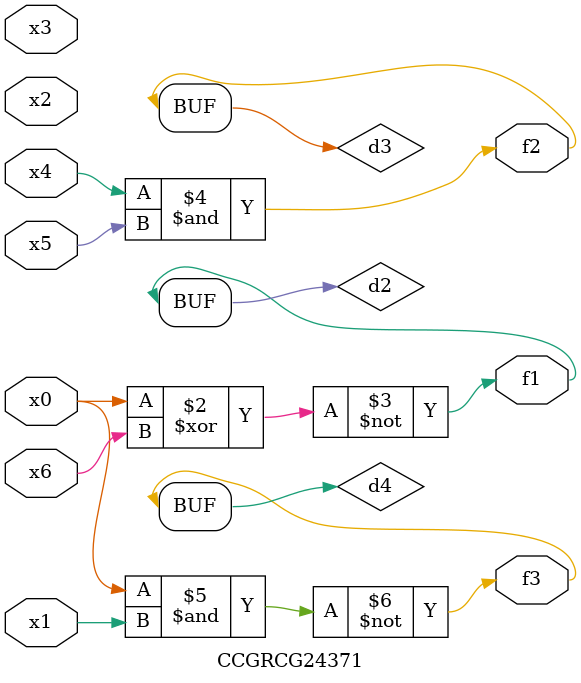
<source format=v>
module CCGRCG24371(
	input x0, x1, x2, x3, x4, x5, x6,
	output f1, f2, f3
);

	wire d1, d2, d3, d4;

	nor (d1, x0);
	xnor (d2, x0, x6);
	and (d3, x4, x5);
	nand (d4, x0, x1);
	assign f1 = d2;
	assign f2 = d3;
	assign f3 = d4;
endmodule

</source>
